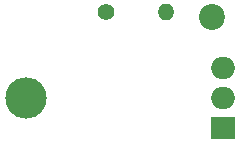
<source format=gbr>
%TF.GenerationSoftware,KiCad,Pcbnew,8.0.1*%
%TF.CreationDate,2025-01-10T19:22:40-08:00*%
%TF.ProjectId,pulltab,70756c6c-7461-4622-9e6b-696361645f70,rev?*%
%TF.SameCoordinates,Original*%
%TF.FileFunction,Soldermask,Bot*%
%TF.FilePolarity,Negative*%
%FSLAX46Y46*%
G04 Gerber Fmt 4.6, Leading zero omitted, Abs format (unit mm)*
G04 Created by KiCad (PCBNEW 8.0.1) date 2025-01-10 19:22:40*
%MOMM*%
%LPD*%
G01*
G04 APERTURE LIST*
%ADD10C,2.200000*%
%ADD11O,3.500000X3.500000*%
%ADD12R,2.000000X1.905000*%
%ADD13O,2.000000X1.905000*%
%ADD14C,1.400000*%
%ADD15O,1.400000X1.400000*%
G04 APERTURE END LIST*
D10*
%TO.C,H1*%
X141122400Y-62534800D03*
%TD*%
D11*
%TO.C,Q1*%
X125374400Y-69443600D03*
D12*
X142034400Y-71983600D03*
D13*
X142034400Y-69443600D03*
X142034400Y-66903601D03*
%TD*%
D14*
%TO.C,R1*%
X132080000Y-62128400D03*
D15*
X137159999Y-62128400D03*
%TD*%
M02*

</source>
